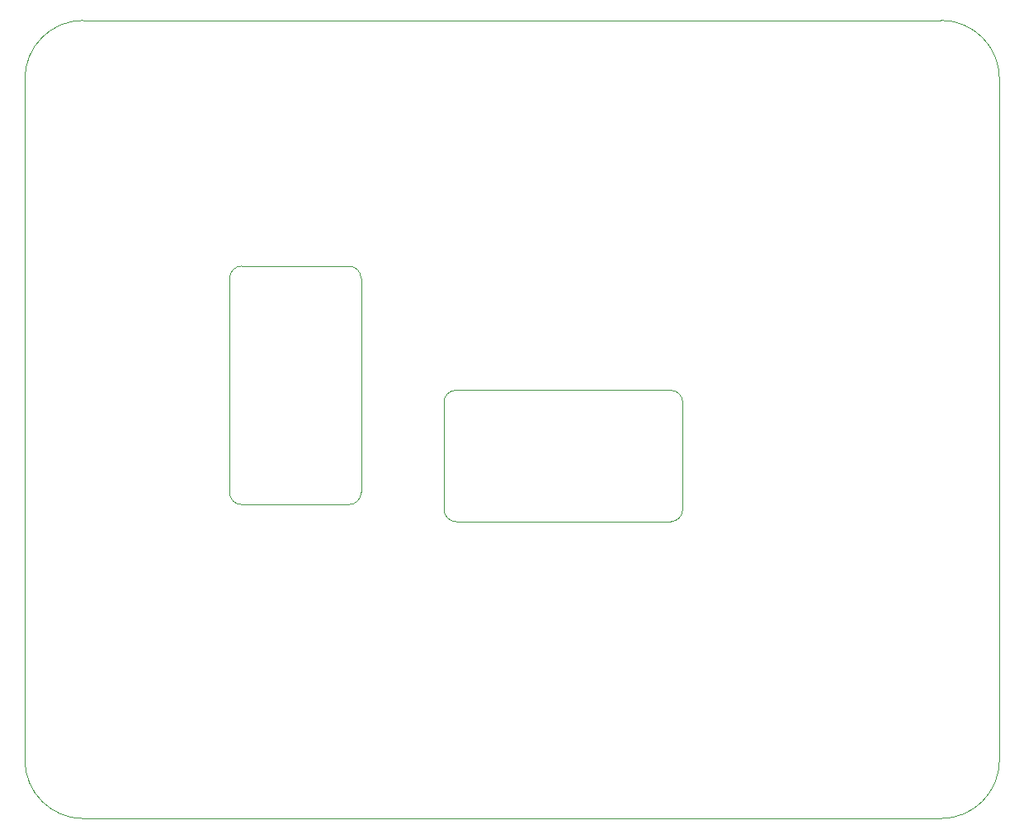
<source format=gbr>
%TF.GenerationSoftware,KiCad,Pcbnew,8.0.4-8.0.4-0~ubuntu22.04.1*%
%TF.CreationDate,2024-09-05T19:34:21+02:00*%
%TF.ProjectId,TXRX_relay_board,54585258-5f72-4656-9c61-795f626f6172,rev?*%
%TF.SameCoordinates,Original*%
%TF.FileFunction,Profile,NP*%
%FSLAX46Y46*%
G04 Gerber Fmt 4.6, Leading zero omitted, Abs format (unit mm)*
G04 Created by KiCad (PCBNEW 8.0.4-8.0.4-0~ubuntu22.04.1) date 2024-09-05 19:34:21*
%MOMM*%
%LPD*%
G01*
G04 APERTURE LIST*
%TA.AperFunction,Profile*%
%ADD10C,0.100000*%
%TD*%
%TA.AperFunction,Profile*%
%ADD11C,0.120000*%
%TD*%
G04 APERTURE END LIST*
D10*
X165000000Y-134000000D02*
G75*
G02*
X159000000Y-140000000I-6000000J0D01*
G01*
X65000000Y-64000000D02*
X65000000Y-134000000D01*
X65000000Y-64000000D02*
G75*
G02*
X71000000Y-58000000I6000000J0D01*
G01*
X159000000Y-58000000D02*
X71000000Y-58000000D01*
X159000000Y-58000000D02*
G75*
G02*
X165000000Y-64000000I0J-6000000D01*
G01*
X165000000Y-134000000D02*
X165000000Y-64000000D01*
X71000000Y-140000000D02*
X159000000Y-140000000D01*
X71000000Y-140000000D02*
G75*
G02*
X65000000Y-134000000I0J6000000D01*
G01*
D11*
%TO.C,L2*%
X108000000Y-108250000D02*
X108000000Y-97250000D01*
X109250000Y-96000000D02*
X131250000Y-96000000D01*
X131250000Y-109500000D02*
X109250000Y-109500000D01*
X132500000Y-97250000D02*
X132500000Y-108250000D01*
X108000000Y-97250000D02*
G75*
G02*
X109250000Y-96000000I1250002J-2D01*
G01*
X109250000Y-109500000D02*
G75*
G02*
X108000000Y-108250000I2J1250002D01*
G01*
X131250000Y-96000000D02*
G75*
G02*
X132500000Y-97250000I0J-1250000D01*
G01*
X132500000Y-108250000D02*
G75*
G02*
X131250000Y-109500000I-1250000J0D01*
G01*
%TO.C,L1*%
X87250000Y-83250000D02*
X98250000Y-83250000D01*
X99500000Y-84500000D02*
X99500000Y-106500000D01*
X86000000Y-106500000D02*
X86000000Y-84500000D01*
X98250000Y-107750000D02*
X87250000Y-107750000D01*
X98250000Y-83250000D02*
G75*
G02*
X99500000Y-84500000I-2J-1250002D01*
G01*
X86000000Y-84500000D02*
G75*
G02*
X87250000Y-83250000I1250002J-2D01*
G01*
X99500000Y-106500000D02*
G75*
G02*
X98250000Y-107750000I-1250000J0D01*
G01*
X87250000Y-107750000D02*
G75*
G02*
X86000000Y-106500000I0J1250000D01*
G01*
%TD*%
M02*

</source>
